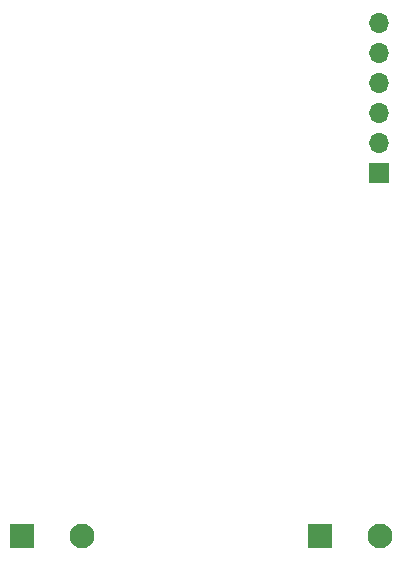
<source format=gbr>
G04 #@! TF.GenerationSoftware,KiCad,Pcbnew,7.0.10*
G04 #@! TF.CreationDate,2024-03-18T19:26:52+01:00*
G04 #@! TF.ProjectId,CanLite,43616e4c-6974-4652-9e6b-696361645f70,rev?*
G04 #@! TF.SameCoordinates,Original*
G04 #@! TF.FileFunction,Soldermask,Bot*
G04 #@! TF.FilePolarity,Negative*
%FSLAX46Y46*%
G04 Gerber Fmt 4.6, Leading zero omitted, Abs format (unit mm)*
G04 Created by KiCad (PCBNEW 7.0.10) date 2024-03-18 19:26:52*
%MOMM*%
%LPD*%
G01*
G04 APERTURE LIST*
%ADD10R,1.700000X1.700000*%
%ADD11O,1.700000X1.700000*%
%ADD12R,2.100000X2.100000*%
%ADD13C,2.100000*%
G04 APERTURE END LIST*
D10*
X136906000Y-68834000D03*
D11*
X136906000Y-66294000D03*
X136906000Y-63754000D03*
X136906000Y-61214000D03*
X136906000Y-58674000D03*
X136906000Y-56134000D03*
D12*
X131950000Y-99568000D03*
D13*
X137030000Y-99568000D03*
D12*
X106680000Y-99568000D03*
D13*
X111760000Y-99568000D03*
M02*

</source>
